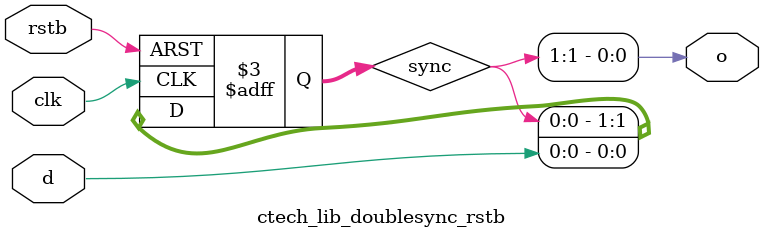
<source format=sv>
`include "hs_chv_macro_tech_map.vh"
module ctech_lib_doublesync_rstb # (  

// Parameters: 
//     Non Override Parameters
//             WIDTH (int)               Defines the number of bits that are syncronized 
//             MIN_PERIOD (int)          When non-zero, input data delays are used rather than random N/N+1 flop delays.
//                                       MIN_PERIOD (based on timescale) specifies the minimure period used by either the source or
//                                       destination clock domain.
//             SINGLE_BUS_META           This is forces all the bit of the  meta flop to use randomize based on a singal bit
//
// Parameter/Define/Plusarg decision tree :
//      Parameter (default ==1)                             Parameter (default ==0)        
//         !  /            \                                   !  /            \
//        disable         Define                              Define         Enable  
//                       !/    \                             !/    \ 
//                   Plusarg  Enable                     Plusarg  Enable  
//                   !/    \                             !/    \ 
//               disable  Enable                     disable  Enable        
// 
//    Override Parameters These have define and plusarg overrides
//             METASTABILITY_EN          When set to zero, metastability modeling is disabled on a per-instance basis.
//             PULSE_WIDTH_CHECK         When set to zero, input pulse width assertions are disabled on a per-instance basis.
//             WIDTH                     Sets the width of the data bus
//             PLUS1_ONLY                Disable the Minus 1 RX flop Mode, The meta flop will only provide 2 or 3 clock of delay
//             MINUS1_ONLY               Disable the PLus  1 RX flop Mode, The meta flop will only provide 2 or 1 clock of delay
//             ENABLE_3TO1               Enables the meta flop to make 3 clock delays to 1 clock delays and possible loss of some pulses
//                                      
// Define/Plusargs:   
//             CTECH_LIB_META_DISPLAY    Display metaflop module name, full instance path, parameter and plusarg values. (Plusarg Only)
//             CTECH_LIB_META_ON         When set it will globaly enable meta-stablity modeling expect on those instnace with the paratemer override, defaults METASTABILTY_EN to 1
//             CTECH_LIB_PULSE_ON        When set input pulse width assertions are enabled
//             CTECH_LIB_PLUS1_ONLY      Disable the Minus 1 RX flop Mode, The meta flop will only provide 2 or 3 clock of delay
//             CTECH_LIB_MINUS1_ONLY     Disable the Minus 1 RX flop Mode, The meta flop will only provide 2 or 1 clock of delay
//             CTECH_LIB_ENABLE_3TO1     Enables the meta flop to make 3 clock delays to 1 clock delays and possible loss of some pulses
//

//     Non Override Parameters
           parameter integer  WIDTH=1,
           parameter integer  MIN_PERIOD=0,
           parameter bit      SINGLE_BUS_META=0,
//    Override Parameters These have define and plusarg overrides
//    Defines reverse the default value for a parameter
           parameter bit      METASTABILITY_EN=1,
           parameter bit      PULSE_WIDTH_CHECK=1,
           parameter bit      ENABLE_3TO1=1,
           parameter bit      PLUS1_ONLY=0,
           parameter bit      MINUS1_ONLY=0
 )  (
   input  logic            rstb,
   input  logic            clk,
`ifdef VCS_SIMULATION 
   input  logic [WIDTH-1:0]  d,
   output logic [WIDTH-1:0]  o
`else
   input  logic            d,
   output logic            o
 `endif
 );

`ifdef VCS_SIMULATION 
    logic [1:0] [WIDTH-1:0] sync;  // Basic sync cell elements
`else
    logic [1:0] sync;  // Basic sync cell elements
 `endif

//// Assign the last flop to the output
//    assign o = sync[1];

// -----------------------------------------------------------------------------
//  Need to ensure that the model is not used for DC synth 
// -----------------------------------------------------------------------------
`ifdef DC 
`LIB_ASYNC_RST_2MSFF_META(o,d,clk,rstb);
`endif
// -----------------------------------------------------------------------------
//  Provide a basic physical veiw of the RTL if not in VCS, This should make it 
//  compatible with all other tools include FPGA synth, lintra and LEC 
// -----------------------------------------------------------------------------
`ifndef DC
`ifndef VCS_SIMULATION 
    // Assign the last flop to the output
    assign o = sync[1];
    always_ff @(posedge clk or negedge rstb)
     if (!rstb) begin
         sync <= '0;
     end else begin
         sync <={sync[0], d};
     end
`else
    // Assign the last flop to the output
    assign o = sync[1];
   `ifdef CTECH_LIB_META_ON
      localparam bit DEFINE_META_ON=1;
   `else
      localparam bit DEFINE_META_ON=0;
   `endif
   `ifdef CTECH_LIB_PULSE_ON
      localparam bit DEFINE_PULSE_WIDTH=1;
   `else
      localparam bit DEFINE_PULSE_WIDTH=0;
   `endif
   `ifdef CTECH_LIB_PLUS1_ONLY
       localparam bit DEFINE_PLUS1_ONLY=1;
   `else
       localparam bit DEFINE_PLUS1_ONLY=0;
   `endif
   `ifdef CTECH_LIB_MINUS1_ONLY
       localparam bit DEFINE_MINUS1_ONLY=1;
   `else
       localparam bit DEFINE_MINUS1_ONLY=0;
   `endif
   `ifdef CTECH_LIB_ENABLE_3TO1
       localparam bit DEFINE_ENABLE_3TO1=1;
   `else
       localparam bit DEFINE_ENABLE_3TO1=0;
   `endif
    // Signals used to capture +args and final values for featres
    logic display_metaflop_info; 
    logic ctech_lib_meta_on;
    logic meta_disable;
    logic ctech_lib_check_on;
    logic pulse_width_check_disable;
    logic ctech_lib_plus1;
    logic plus1_only_mode;
    logic ctech_lib_minus1;
    logic minus1_only_mode;
    logic ctech_lib_3to1_on;
    logic three2one_disable;

    logic [WIDTH-1:0]     dd_ff; // Delay flops used for +1 mode
    logic [(WIDTH*2)-1:0] past_delay={WIDTH{2'b10}}; 
    logic [(WIDTH*2)-1:0] dly={WIDTH{2'b10}}; 
// Seems you can do conditaional sizes here will need to look at generates?
//                if(SINGLE_BUS_META && ( plus1_only_mode || minus1_only_mode))begin
//                   logic dly='0;
//                end
//                else if (SINGLE_BUS_META)begin
//                   logic [2:1] dly=2'b10;
//                end
//                else if ( plus1_only_mode || minus1_only_mode )begin
//                   logic [WIDTH:1] dly=2'b10; 
//                end
//                else begin
//                   logic [WIDTH*2:1] dly={WIDTH{2'b10}}; 
//                end
//                if((MIN_PERIOD!=0) && ~(three2one_disable || plus1_only_mode || minus1_only_mode)) begin
//                   logic [WIDTH*2] past_delay=2'b10;
//                end

    initial begin
        // Query for the plusargs
        display_metaflop_info     = $test$plusargs("CTECH_LIB_META_DISPLAY");
        ctech_lib_meta_on         = $test$plusargs("CTECH_LIB_META_ON");
        ctech_lib_check_on        = $test$plusargs("CTECH_LIB_CHECK_ON");
        ctech_lib_plus1           = $test$plusargs("CTECH_LIB_PLUS1_ONLY");
        ctech_lib_minus1          = $test$plusargs("CTECH_LIB_MINUS1_ONLY");
        ctech_lib_3to1_on         = $test$plusargs("CTECH_LIB_ENABLE_3TO1");

        // Check plusargs and parameters to determine if input pulse width checking or metastbility modeling should be disabled
        // Paramater default = 1 
        meta_disable              = ~((ctech_lib_meta_on  || DEFINE_META_ON ) && METASTABILITY_EN);
        pulse_width_check_disable = ~((ctech_lib_check_on || DEFINE_PULSE_WIDTH) && PULSE_WIDTH_CHECK);
        three2one_disable         = ~((ctech_lib_3to1_on || DEFINE_ENABLE_3TO1 ) && ENABLE_3TO1);
      
        // Paramater default = 0 
        plus1_only_mode           = ctech_lib_plus1   || PLUS1_ONLY || DEFINE_PLUS1_ONLY;
        minus1_only_mode          = ctech_lib_minus1  || MINUS1_ONLY || DEFINE_MINUS1_ONLY;
       

        // Display metaflop instance info when plusarg CTECH_META_DISPLAY exists
        if (display_metaflop_info!=0) begin
            $display("CTECH_METAFLOP %0m: ctech_doublesync_rst WIDTH=%0d, SINGLE_BUS_META=%0d, METASTABILITY_EN=(%0d/%0d/%0d), PULSE_WIDTH_CHECK=(%0d/%0d/%0d), MIN_PERIOD=%0dps, PLUS1_ONLY=(%0d/%0d/%0d), MINUS1_ONLY=(%0d/%0d/%0d), ENABLE_3TO1=(%0d/%0d/%0d),",WIDTH, SINGLE_BUS_META, METASTABILITY_EN, ctech_lib_meta_on, ~meta_disable, PULSE_WIDTH_CHECK, ctech_lib_check_on, ~pulse_width_check_disable, MIN_PERIOD, PLUS1_ONLY,ctech_lib_plus1, plus1_only_mode, MINUS1_ONLY,ctech_lib_minus1,minus1_only_mode, ENABLE_3TO1,ctech_lib_3to1_on, ~three2one_disable );
        end



        if (meta_disable) begin
            // -----------------------------------------------------------------------------
            // model for a doublesync flop without metastability modeling (two back-to-back flip flops)
            // -----------------------------------------------------------------------------
            forever begin
                @(posedge clk or negedge rstb);
                if (!rstb) begin
                    sync <= '0;
                end else begin
                    sync ={sync[0], d};
                end
            end
        end else begin
            // -----------------------------------------------------------------------------
            // SystemVerilog uses the same inital seed for each instance of every module in the system.
            // Create a unique seed for this module instance based on a hash of the initial seed and
            // the string containing the full hierarchical path of this instance.
            // -----------------------------------------------------------------------------
                int seed = $get_initial_random_seed();
                string inst;
                $sformat(inst,"%0m"); // get the full instance path
                for (int i=0; i<inst.len(); i++) begin
                    logic [31:0] ch;
                    ch = inst.getc(i);
                    seed = 37*seed + ch;
                end

                // Seed this initial block's random number generator with the new random, instance-based seed
                //$display("%0m: ctech_doublesync_rst initial random number seed is %x", seed);
                $srandom(seed);
            // -----------------------------------------------------------------------------
            // The following code must be in this initial block.  If it is moved to an always
            // block, the random seed that was created won't be used and all instances of this
            // module will start with the same seed.
            // -----------------------------------------------------------------------------

            if (MIN_PERIOD!=0) begin
                // -----------------------------------------------------------------------------
                // doublesync flop with random input delay modeling
                // -----------------------------------------------------------------------------
                integer dly;
                logic [WIDTH-1:0] d_dly;
                integer unsigned delay_clock_period;
                fork
                    if(SINGLE_BUS_META)
                       forever begin
                        @(d) begin
                               dly = $urandom_range(10,0);
                               delay_clock_period = MIN_PERIOD * (dly * 0.1);
                               d_dly <= #delay_clock_period d;
                        end
                       end
                    else
                       forever begin
                        @(d) begin
                             for( int l=0; l < WIDTH; l++) begin
                                dly = $urandom_range(10,0);
                                delay_clock_period = MIN_PERIOD * (dly * 0.1);
                                d_dly[l] <= #delay_clock_period d[l];
                             end
                        end
                       end

                    forever begin
                        @(posedge clk or negedge rstb);
                        if (!rstb) begin
                            {sync}<= '0;
                        end else begin
                            {sync}  <= {sync[0],d_dly};
                        end
                    end
                join_none

            end else begin
                // -----------------------------------------------------------------------------
                fork
                   case({SINGLE_BUS_META, three2one_disable,plus1_only_mode, minus1_only_mode})
                      4'b1110,
                      4'b1111,
                      4'b1101,
                      4'b1010,
                      4'b1011,
                      4'b1001: begin // Single and only +1 or -1 (3->1 is NOP)
                          forever begin
                              @(d) begin  // only update the random delay when the input data changes
                                dly = $urandom_range(1,0);
                              end
                          end
                      end
                      4'b1000:begin // Single and 3->1 is ok 
                         forever begin
                             @(d) begin  // only update the random delay when the input data changes
                                  dly = $urandom_range(3,1);
                             end
                         end
                      end
                      4'b1100 :begin  // Single and no 3->1
                         forever begin
                             @(d) begin  // only update the random delay when the input data changes
                                  case(past_delay[1:0])
                                    2'b01,2'b10: dly = $urandom_range(3,1);
                                    2'b11:       dly = $urandom_range(3,2);
                                    default : dly = 2'b10;
                                 endcase
                             end
                         end
                      end
                      4'b0110,
                      4'b0111,
                      4'b0101,
                      4'b0010,
                      4'b0011,
                      4'b0001: begin // NOT Single and only +1 or -1 (3->1 is NOP)
                          forever begin
                              @(d) begin  // only update the random delay when the input data changes
                                 // Could optimize to be bits based but need to handle greater then 32 bits
                                 for( int loop=1; loop <= WIDTH; loop++) begin
                                     dly[loop] = $urandom_range(1,0);
                                 end
                              end
                          end
                      end
                      4'b0000:begin // NOT Single and 3->1 is ok 
                         forever begin
                             @(d) begin  // only update the random delay when the input data changes
                                 for( int loop=0; loop < WIDTH; loop++) begin
                                    dly[(loop*2)+:2] = $urandom_range(3,1);
                                 end
                             end
                         end
                      end
                      4'b0100 :begin  // NOT Single and no 3->1
                         logic [2:1] temp;
                         forever begin
                             @(d) begin  // only update the random delay when the input data changes
                                 for( int loop=0; loop < WIDTH; loop++) begin
                                    case(past_delay[(loop*2)+:2])
                                      2'b01,2'b10: dly[(loop*2)+:2] = $urandom_range(3,1);
                                      2'b11: dly[(loop*2)+:2] = $urandom_range(3,2);
                                      default : dly[(loop*2)+:2] = 2'b10;
                                    endcase
                                 end
                             end
                         end
                     end
                   endcase // End of Randization calculations

                // doublesync flp with random N-1/N/N+1 delay modeling
                // The flop that is modle base is : 
                // d                                                       
                // +-+-------------+------------------+                     
                //   |             |                  |                     
                //   |          1|2|  +-+             |1 +-+                
                //   |   +------+  +--+ |   +------+  +--+ |   +------+    o
                //   +---+      |     | +---+      |     | +---+      +----+
                //       |dd_ff +-----+ |   |sync0 +---+-+ |   |sync1 |     
                //       |      |   3 +-+   |      |  3|2+-+   |      |     
                //       +------+           +------+           +------+     
                // The dly signal for plus1 and minus one modes only need to be single bit per sync 
                // The dly signal is encoded for three state mode. 
                //         0 is not used and not generated to avoid issue 
                //         1 - N-1 value 
                //         2 - N value 
                //         3 - N+1 value 
                //         When three2one_disable is true the randomizer ensures that eligal values are not generated
                     
                   case({SINGLE_BUS_META, three2one_disable,plus1_only_mode, minus1_only_mode})
                      4'b1010, 
                      4'b1011, 
                      4'b1110,
                      4'b1111: begin // plus1 mode with single random
                          if(minus1_only_mode) begin
                             $display("WARNING: %0m has both plus1_only and minus1_only set"); // Print warning with instance path
                          end
                          forever begin
                             
                             @(posedge clk or negedge rstb) begin
                                 if (!rstb) 
                                     {sync, dd_ff}<= '0;
                                 else
                                     {sync,dd_ff}  <= {sync[0], dly ? dd_ff : d, d};
                             end
                          end
                      end

                      4'b1101,
                      4'b1001: begin // minus1 mode with Single randmom
                          forever begin
                             @(posedge clk or negedge rstb)begin
                                 if (!rstb) 
                                     {sync}<= '0;
                                 else
                                     {sync}  <= {dly ? sync[0] : d, d};
                             end
                          end
                      end
                      4'b1000 ,       
                      4'b1100 :begin  // Single random with 3-1 options
                         forever begin
                            @(posedge clk or negedge rstb) begin
                                if (!rstb) 
                                     {sync, dd_ff}<= '0;
                                else 
                                 case(dly[1:0]) 
                                   2'b01: {sync,dd_ff}  <= { d, d, d};
                                   2'b10: {sync,dd_ff}  <= { sync[0], d, d};
                                   2'b11: {sync,dd_ff}  <= { sync[0], dd_ff, d};
                                 endcase
                                 past_delay<=dly;
                             end
                         end
                      end
                      4'b0010,
                      4'b0011,
                      4'b0110,
                      4'b0111:begin// NOT Single and only plus1 (3->1 is NOP)
                          if(minus1_only_mode) begin
                             $display("WARNING: %0m has both plus1_only and minus1_only set"); // Print warning with instance path
                          end
                          forever begin
                             @(posedge clk or negedge rstb) begin
                                if (!rstb) 
                                    {sync, dd_ff}<= '0;
                                else 
                                    for( int loop=0; loop <= WIDTH; loop++) begin
                                        {sync[1][loop],sync[0][loop],dd_ff[loop]}  <= {sync[0][loop], dly[loop] ? dd_ff[loop] : d[loop], d[loop]};
                                    end
                            end
                          end
                      end

                      4'b0101,
                      4'b0001: begin // NOT Single and only minus1 (3->1 is NOP)
                          forever begin
                             @(posedge clk or negedge rstb)begin
                                if (!rstb) 
                                    {sync,dd_ff}<= '0;
                                else 
                                    for( int loop=0; loop < WIDTH; loop++) begin
                                        {sync[1][loop],sync[0][loop]}  <= {dly[loop] ? sync[0][loop] : d[loop], d[loop]};
                                    end
                             end
                          end
                      end
                      4'b0000,
                      4'b0100:begin  // NOT Single and 3->1 is handeled by the random function
                         forever begin
                            @(posedge clk or negedge rstb) begin
                                if (!rstb) 
                                    {sync,dd_ff}<= '0;
                                else 
                                 for( int loop=0; loop < WIDTH; loop++) begin
                                     case(dly[loop*2+:2]) 
                                       2'b01: {sync[1][loop],sync[0][loop],dd_ff[loop]}  <= { d[loop], d[loop], d[loop]};
                                       2'b10: {sync[1][loop],sync[0][loop],dd_ff[loop]}  <= { sync[0][loop], d[loop], d[loop]};
                                       2'b11: {sync[1][loop],sync[0][loop],dd_ff[loop]}  <= { sync[0][loop], dd_ff[loop], d[loop]};
                                       default: {sync[1][loop],sync[0][loop],dd_ff[loop]}  <= { sync[0][loop], d[loop], d[loop]};
                                     endcase
                                  end
                                  past_delay<=dly;
                             end
                         end
                     end
                   endcase

                join_none
            end
        end
    end
    // -----------------------------------------------------------------------------
    // Properties and assertions to check for glitch-free inputs that are stable long
    // enough to guarantee that they will be correctly captured by the doublesync flop.

    // Verify input is stable for three clock edges (posedge and negedge)
    property p_stability (clk, rstb, logic d_in);
        @(clk) disable iff (!rstb | (pulse_width_check_disable!=0))
               !$stable(d_in) |=> $stable(d_in) [*2];
    endproperty

    // Check for glitches
    property p_no_glitch (clk, rstb, logic d_in);
        logic data;
        @(d_in) disable iff (!rstb)
                (1, data = !d_in) |=> @(posedge clk) (pulse_width_check_disable ? 1 : d_in == data);
    endproperty

//    generate
//            CDCAsyncRstInputStableCheck : assert property(p_stability(clk, rstb, d)) else $error("%m failed.");
//            CDCAsyncRstInputGlitchCheck : assert property(p_no_glitch(clk, rstb, d)) else $error("%m failed.");
//    endgenerate
`endif
`endif
endmodule // ctech_doublesync_rst

//lintra pop

</source>
